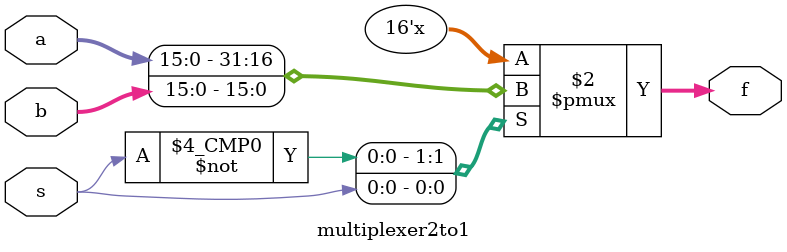
<source format=v>
module multiplexer2to1(s,a,b,f);

	input s;
	input [15:0]a;
	input [15:0]b;

	output reg [15:0]f;

	always@(s)
		begin
			case (s)
				2'b0 : f=a;	//0
				2'b1 : f=b;	//1
			endcase
		end

endmodule
</source>
